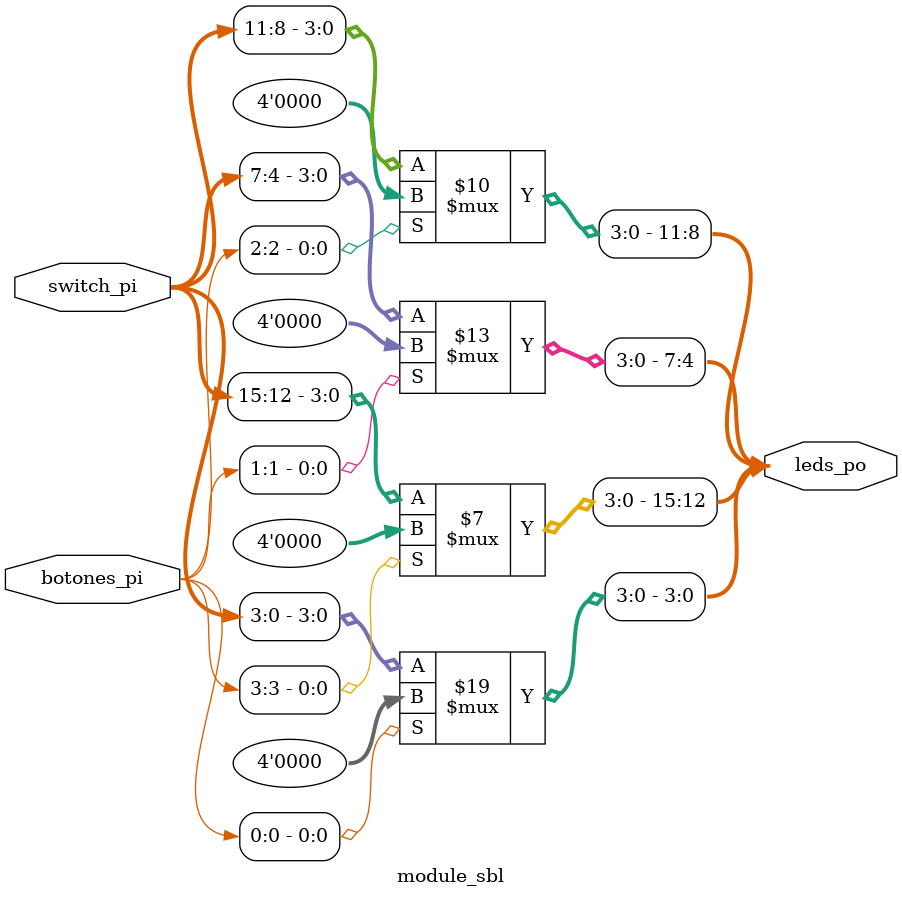
<source format=sv>
`timescale 1ns / 1ps


module module_sbl(

    input logic     [15 : 0]    switch_pi,
    input logic     [3 : 0]     botones_pi,
    output logic    [15 : 0]    leds_po
    
);
    
    always_comb begin
    
        //boton 1, primeros 4 leds
        if (botones_pi[0] == 0)
            leds_po[3:0] = switch_pi[3 : 0];   
        else
            leds_po[4:0] = 4'h0;
        
        //boton 2, segundos 4 leds
        if (botones_pi[1] == 0)
            leds_po[7:4] = switch_pi[7 : 4];   
        else    
            leds_po[7:4] = 4'h0;
        
        //boton 3, terceros 4 leds  
        if (botones_pi[2] == 0) 
            leds_po[11:8] = switch_pi[11 : 8];       
        else       
            leds_po[11:8] = 4'h0;

        //boton 4, cuartos 4 leds  
        if (botones_pi[3] == 0) 
            leds_po[15:12] = switch_pi[15 : 12];    
        else           
            leds_po[15:12] = 4'h0;       
        
    end
        
endmodule
</source>
